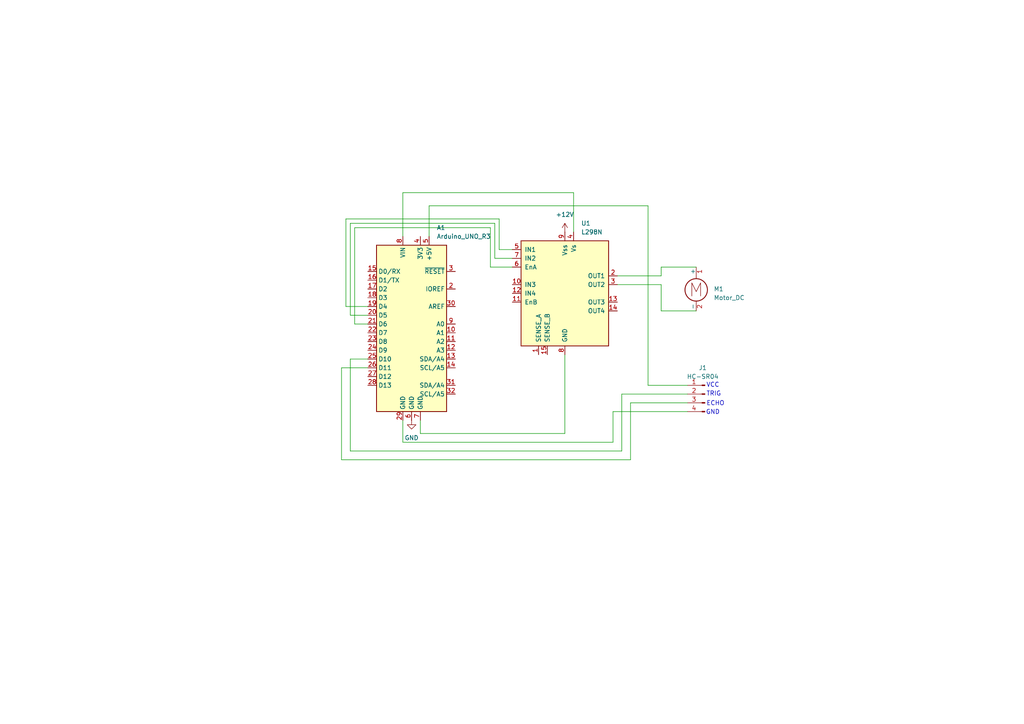
<source format=kicad_sch>
(kicad_sch
	(version 20231120)
	(generator "eeschema")
	(generator_version "8.0")
	(uuid "9a7c401d-f017-4bed-8749-1c3efa4358f1")
	(paper "A4")
	(lib_symbols
		(symbol "Connector:Conn_01x04_Pin"
			(pin_names
				(offset 1.016) hide)
			(exclude_from_sim no)
			(in_bom yes)
			(on_board yes)
			(property "Reference" "J"
				(at 0 5.08 0)
				(effects
					(font
						(size 1.27 1.27)
					)
				)
			)
			(property "Value" "Conn_01x04_Pin"
				(at 0 -7.62 0)
				(effects
					(font
						(size 1.27 1.27)
					)
				)
			)
			(property "Footprint" ""
				(at 0 0 0)
				(effects
					(font
						(size 1.27 1.27)
					)
					(hide yes)
				)
			)
			(property "Datasheet" "~"
				(at 0 0 0)
				(effects
					(font
						(size 1.27 1.27)
					)
					(hide yes)
				)
			)
			(property "Description" "Generic connector, single row, 01x04, script generated"
				(at 0 0 0)
				(effects
					(font
						(size 1.27 1.27)
					)
					(hide yes)
				)
			)
			(property "ki_locked" ""
				(at 0 0 0)
				(effects
					(font
						(size 1.27 1.27)
					)
				)
			)
			(property "ki_keywords" "connector"
				(at 0 0 0)
				(effects
					(font
						(size 1.27 1.27)
					)
					(hide yes)
				)
			)
			(property "ki_fp_filters" "Connector*:*_1x??_*"
				(at 0 0 0)
				(effects
					(font
						(size 1.27 1.27)
					)
					(hide yes)
				)
			)
			(symbol "Conn_01x04_Pin_1_1"
				(polyline
					(pts
						(xy 1.27 -5.08) (xy 0.8636 -5.08)
					)
					(stroke
						(width 0.1524)
						(type default)
					)
					(fill
						(type none)
					)
				)
				(polyline
					(pts
						(xy 1.27 -2.54) (xy 0.8636 -2.54)
					)
					(stroke
						(width 0.1524)
						(type default)
					)
					(fill
						(type none)
					)
				)
				(polyline
					(pts
						(xy 1.27 0) (xy 0.8636 0)
					)
					(stroke
						(width 0.1524)
						(type default)
					)
					(fill
						(type none)
					)
				)
				(polyline
					(pts
						(xy 1.27 2.54) (xy 0.8636 2.54)
					)
					(stroke
						(width 0.1524)
						(type default)
					)
					(fill
						(type none)
					)
				)
				(rectangle
					(start 0.8636 -4.953)
					(end 0 -5.207)
					(stroke
						(width 0.1524)
						(type default)
					)
					(fill
						(type outline)
					)
				)
				(rectangle
					(start 0.8636 -2.413)
					(end 0 -2.667)
					(stroke
						(width 0.1524)
						(type default)
					)
					(fill
						(type outline)
					)
				)
				(rectangle
					(start 0.8636 0.127)
					(end 0 -0.127)
					(stroke
						(width 0.1524)
						(type default)
					)
					(fill
						(type outline)
					)
				)
				(rectangle
					(start 0.8636 2.667)
					(end 0 2.413)
					(stroke
						(width 0.1524)
						(type default)
					)
					(fill
						(type outline)
					)
				)
				(pin passive line
					(at 5.08 2.54 180)
					(length 3.81)
					(name "Pin_1"
						(effects
							(font
								(size 1.27 1.27)
							)
						)
					)
					(number "1"
						(effects
							(font
								(size 1.27 1.27)
							)
						)
					)
				)
				(pin passive line
					(at 5.08 0 180)
					(length 3.81)
					(name "Pin_2"
						(effects
							(font
								(size 1.27 1.27)
							)
						)
					)
					(number "2"
						(effects
							(font
								(size 1.27 1.27)
							)
						)
					)
				)
				(pin passive line
					(at 5.08 -2.54 180)
					(length 3.81)
					(name "Pin_3"
						(effects
							(font
								(size 1.27 1.27)
							)
						)
					)
					(number "3"
						(effects
							(font
								(size 1.27 1.27)
							)
						)
					)
				)
				(pin passive line
					(at 5.08 -5.08 180)
					(length 3.81)
					(name "Pin_4"
						(effects
							(font
								(size 1.27 1.27)
							)
						)
					)
					(number "4"
						(effects
							(font
								(size 1.27 1.27)
							)
						)
					)
				)
			)
		)
		(symbol "Driver_Motor:L298N"
			(pin_names
				(offset 1.016)
			)
			(exclude_from_sim no)
			(in_bom yes)
			(on_board yes)
			(property "Reference" "U"
				(at -10.16 16.51 0)
				(effects
					(font
						(size 1.27 1.27)
					)
					(justify right)
				)
			)
			(property "Value" "L298N"
				(at 12.7 16.51 0)
				(effects
					(font
						(size 1.27 1.27)
					)
					(justify right)
				)
			)
			(property "Footprint" "Package_TO_SOT_THT:TO-220-15_P2.54x2.54mm_StaggerOdd_Lead4.58mm_Vertical"
				(at 1.27 -16.51 0)
				(effects
					(font
						(size 1.27 1.27)
					)
					(justify left)
					(hide yes)
				)
			)
			(property "Datasheet" "http://www.st.com/st-web-ui/static/active/en/resource/technical/document/datasheet/CD00000240.pdf"
				(at 3.81 6.35 0)
				(effects
					(font
						(size 1.27 1.27)
					)
					(hide yes)
				)
			)
			(property "Description" "Dual full bridge motor driver, up to 46V, 4A, Multiwatt15-V"
				(at 0 0 0)
				(effects
					(font
						(size 1.27 1.27)
					)
					(hide yes)
				)
			)
			(property "ki_keywords" "H-bridge motor driver"
				(at 0 0 0)
				(effects
					(font
						(size 1.27 1.27)
					)
					(hide yes)
				)
			)
			(property "ki_fp_filters" "TO?220*StaggerOdd*Vertical*"
				(at 0 0 0)
				(effects
					(font
						(size 1.27 1.27)
					)
					(hide yes)
				)
			)
			(symbol "L298N_0_1"
				(rectangle
					(start -12.7 15.24)
					(end 12.7 -15.24)
					(stroke
						(width 0.254)
						(type default)
					)
					(fill
						(type background)
					)
				)
			)
			(symbol "L298N_1_1"
				(pin power_in line
					(at -7.62 -17.78 90)
					(length 2.54)
					(name "SENSE_A"
						(effects
							(font
								(size 1.27 1.27)
							)
						)
					)
					(number "1"
						(effects
							(font
								(size 1.27 1.27)
							)
						)
					)
				)
				(pin input line
					(at -15.24 2.54 0)
					(length 2.54)
					(name "IN3"
						(effects
							(font
								(size 1.27 1.27)
							)
						)
					)
					(number "10"
						(effects
							(font
								(size 1.27 1.27)
							)
						)
					)
				)
				(pin input line
					(at -15.24 -2.54 0)
					(length 2.54)
					(name "EnB"
						(effects
							(font
								(size 1.27 1.27)
							)
						)
					)
					(number "11"
						(effects
							(font
								(size 1.27 1.27)
							)
						)
					)
				)
				(pin input line
					(at -15.24 0 0)
					(length 2.54)
					(name "IN4"
						(effects
							(font
								(size 1.27 1.27)
							)
						)
					)
					(number "12"
						(effects
							(font
								(size 1.27 1.27)
							)
						)
					)
				)
				(pin output line
					(at 15.24 -2.54 180)
					(length 2.54)
					(name "OUT3"
						(effects
							(font
								(size 1.27 1.27)
							)
						)
					)
					(number "13"
						(effects
							(font
								(size 1.27 1.27)
							)
						)
					)
				)
				(pin output line
					(at 15.24 -5.08 180)
					(length 2.54)
					(name "OUT4"
						(effects
							(font
								(size 1.27 1.27)
							)
						)
					)
					(number "14"
						(effects
							(font
								(size 1.27 1.27)
							)
						)
					)
				)
				(pin power_in line
					(at -5.08 -17.78 90)
					(length 2.54)
					(name "SENSE_B"
						(effects
							(font
								(size 1.27 1.27)
							)
						)
					)
					(number "15"
						(effects
							(font
								(size 1.27 1.27)
							)
						)
					)
				)
				(pin output line
					(at 15.24 5.08 180)
					(length 2.54)
					(name "OUT1"
						(effects
							(font
								(size 1.27 1.27)
							)
						)
					)
					(number "2"
						(effects
							(font
								(size 1.27 1.27)
							)
						)
					)
				)
				(pin output line
					(at 15.24 2.54 180)
					(length 2.54)
					(name "OUT2"
						(effects
							(font
								(size 1.27 1.27)
							)
						)
					)
					(number "3"
						(effects
							(font
								(size 1.27 1.27)
							)
						)
					)
				)
				(pin power_in line
					(at 2.54 17.78 270)
					(length 2.54)
					(name "Vs"
						(effects
							(font
								(size 1.27 1.27)
							)
						)
					)
					(number "4"
						(effects
							(font
								(size 1.27 1.27)
							)
						)
					)
				)
				(pin input line
					(at -15.24 12.7 0)
					(length 2.54)
					(name "IN1"
						(effects
							(font
								(size 1.27 1.27)
							)
						)
					)
					(number "5"
						(effects
							(font
								(size 1.27 1.27)
							)
						)
					)
				)
				(pin input line
					(at -15.24 7.62 0)
					(length 2.54)
					(name "EnA"
						(effects
							(font
								(size 1.27 1.27)
							)
						)
					)
					(number "6"
						(effects
							(font
								(size 1.27 1.27)
							)
						)
					)
				)
				(pin input line
					(at -15.24 10.16 0)
					(length 2.54)
					(name "IN2"
						(effects
							(font
								(size 1.27 1.27)
							)
						)
					)
					(number "7"
						(effects
							(font
								(size 1.27 1.27)
							)
						)
					)
				)
				(pin power_in line
					(at 0 -17.78 90)
					(length 2.54)
					(name "GND"
						(effects
							(font
								(size 1.27 1.27)
							)
						)
					)
					(number "8"
						(effects
							(font
								(size 1.27 1.27)
							)
						)
					)
				)
				(pin power_in line
					(at 0 17.78 270)
					(length 2.54)
					(name "Vss"
						(effects
							(font
								(size 1.27 1.27)
							)
						)
					)
					(number "9"
						(effects
							(font
								(size 1.27 1.27)
							)
						)
					)
				)
			)
		)
		(symbol "MCU_Module:Arduino_UNO_R3"
			(exclude_from_sim no)
			(in_bom yes)
			(on_board yes)
			(property "Reference" "A"
				(at -10.16 23.495 0)
				(effects
					(font
						(size 1.27 1.27)
					)
					(justify left bottom)
				)
			)
			(property "Value" "Arduino_UNO_R3"
				(at 5.08 -26.67 0)
				(effects
					(font
						(size 1.27 1.27)
					)
					(justify left top)
				)
			)
			(property "Footprint" "Module:Arduino_UNO_R3"
				(at 0 0 0)
				(effects
					(font
						(size 1.27 1.27)
						(italic yes)
					)
					(hide yes)
				)
			)
			(property "Datasheet" "https://www.arduino.cc/en/Main/arduinoBoardUno"
				(at 0 0 0)
				(effects
					(font
						(size 1.27 1.27)
					)
					(hide yes)
				)
			)
			(property "Description" "Arduino UNO Microcontroller Module, release 3"
				(at 0 0 0)
				(effects
					(font
						(size 1.27 1.27)
					)
					(hide yes)
				)
			)
			(property "ki_keywords" "Arduino UNO R3 Microcontroller Module Atmel AVR USB"
				(at 0 0 0)
				(effects
					(font
						(size 1.27 1.27)
					)
					(hide yes)
				)
			)
			(property "ki_fp_filters" "Arduino*UNO*R3*"
				(at 0 0 0)
				(effects
					(font
						(size 1.27 1.27)
					)
					(hide yes)
				)
			)
			(symbol "Arduino_UNO_R3_0_1"
				(rectangle
					(start -10.16 22.86)
					(end 10.16 -25.4)
					(stroke
						(width 0.254)
						(type default)
					)
					(fill
						(type background)
					)
				)
			)
			(symbol "Arduino_UNO_R3_1_1"
				(pin no_connect line
					(at -10.16 -20.32 0)
					(length 2.54) hide
					(name "NC"
						(effects
							(font
								(size 1.27 1.27)
							)
						)
					)
					(number "1"
						(effects
							(font
								(size 1.27 1.27)
							)
						)
					)
				)
				(pin bidirectional line
					(at 12.7 -2.54 180)
					(length 2.54)
					(name "A1"
						(effects
							(font
								(size 1.27 1.27)
							)
						)
					)
					(number "10"
						(effects
							(font
								(size 1.27 1.27)
							)
						)
					)
				)
				(pin bidirectional line
					(at 12.7 -5.08 180)
					(length 2.54)
					(name "A2"
						(effects
							(font
								(size 1.27 1.27)
							)
						)
					)
					(number "11"
						(effects
							(font
								(size 1.27 1.27)
							)
						)
					)
				)
				(pin bidirectional line
					(at 12.7 -7.62 180)
					(length 2.54)
					(name "A3"
						(effects
							(font
								(size 1.27 1.27)
							)
						)
					)
					(number "12"
						(effects
							(font
								(size 1.27 1.27)
							)
						)
					)
				)
				(pin bidirectional line
					(at 12.7 -10.16 180)
					(length 2.54)
					(name "SDA/A4"
						(effects
							(font
								(size 1.27 1.27)
							)
						)
					)
					(number "13"
						(effects
							(font
								(size 1.27 1.27)
							)
						)
					)
				)
				(pin bidirectional line
					(at 12.7 -12.7 180)
					(length 2.54)
					(name "SCL/A5"
						(effects
							(font
								(size 1.27 1.27)
							)
						)
					)
					(number "14"
						(effects
							(font
								(size 1.27 1.27)
							)
						)
					)
				)
				(pin bidirectional line
					(at -12.7 15.24 0)
					(length 2.54)
					(name "D0/RX"
						(effects
							(font
								(size 1.27 1.27)
							)
						)
					)
					(number "15"
						(effects
							(font
								(size 1.27 1.27)
							)
						)
					)
				)
				(pin bidirectional line
					(at -12.7 12.7 0)
					(length 2.54)
					(name "D1/TX"
						(effects
							(font
								(size 1.27 1.27)
							)
						)
					)
					(number "16"
						(effects
							(font
								(size 1.27 1.27)
							)
						)
					)
				)
				(pin bidirectional line
					(at -12.7 10.16 0)
					(length 2.54)
					(name "D2"
						(effects
							(font
								(size 1.27 1.27)
							)
						)
					)
					(number "17"
						(effects
							(font
								(size 1.27 1.27)
							)
						)
					)
				)
				(pin bidirectional line
					(at -12.7 7.62 0)
					(length 2.54)
					(name "D3"
						(effects
							(font
								(size 1.27 1.27)
							)
						)
					)
					(number "18"
						(effects
							(font
								(size 1.27 1.27)
							)
						)
					)
				)
				(pin bidirectional line
					(at -12.7 5.08 0)
					(length 2.54)
					(name "D4"
						(effects
							(font
								(size 1.27 1.27)
							)
						)
					)
					(number "19"
						(effects
							(font
								(size 1.27 1.27)
							)
						)
					)
				)
				(pin output line
					(at 12.7 10.16 180)
					(length 2.54)
					(name "IOREF"
						(effects
							(font
								(size 1.27 1.27)
							)
						)
					)
					(number "2"
						(effects
							(font
								(size 1.27 1.27)
							)
						)
					)
				)
				(pin bidirectional line
					(at -12.7 2.54 0)
					(length 2.54)
					(name "D5"
						(effects
							(font
								(size 1.27 1.27)
							)
						)
					)
					(number "20"
						(effects
							(font
								(size 1.27 1.27)
							)
						)
					)
				)
				(pin bidirectional line
					(at -12.7 0 0)
					(length 2.54)
					(name "D6"
						(effects
							(font
								(size 1.27 1.27)
							)
						)
					)
					(number "21"
						(effects
							(font
								(size 1.27 1.27)
							)
						)
					)
				)
				(pin bidirectional line
					(at -12.7 -2.54 0)
					(length 2.54)
					(name "D7"
						(effects
							(font
								(size 1.27 1.27)
							)
						)
					)
					(number "22"
						(effects
							(font
								(size 1.27 1.27)
							)
						)
					)
				)
				(pin bidirectional line
					(at -12.7 -5.08 0)
					(length 2.54)
					(name "D8"
						(effects
							(font
								(size 1.27 1.27)
							)
						)
					)
					(number "23"
						(effects
							(font
								(size 1.27 1.27)
							)
						)
					)
				)
				(pin bidirectional line
					(at -12.7 -7.62 0)
					(length 2.54)
					(name "D9"
						(effects
							(font
								(size 1.27 1.27)
							)
						)
					)
					(number "24"
						(effects
							(font
								(size 1.27 1.27)
							)
						)
					)
				)
				(pin bidirectional line
					(at -12.7 -10.16 0)
					(length 2.54)
					(name "D10"
						(effects
							(font
								(size 1.27 1.27)
							)
						)
					)
					(number "25"
						(effects
							(font
								(size 1.27 1.27)
							)
						)
					)
				)
				(pin bidirectional line
					(at -12.7 -12.7 0)
					(length 2.54)
					(name "D11"
						(effects
							(font
								(size 1.27 1.27)
							)
						)
					)
					(number "26"
						(effects
							(font
								(size 1.27 1.27)
							)
						)
					)
				)
				(pin bidirectional line
					(at -12.7 -15.24 0)
					(length 2.54)
					(name "D12"
						(effects
							(font
								(size 1.27 1.27)
							)
						)
					)
					(number "27"
						(effects
							(font
								(size 1.27 1.27)
							)
						)
					)
				)
				(pin bidirectional line
					(at -12.7 -17.78 0)
					(length 2.54)
					(name "D13"
						(effects
							(font
								(size 1.27 1.27)
							)
						)
					)
					(number "28"
						(effects
							(font
								(size 1.27 1.27)
							)
						)
					)
				)
				(pin power_in line
					(at -2.54 -27.94 90)
					(length 2.54)
					(name "GND"
						(effects
							(font
								(size 1.27 1.27)
							)
						)
					)
					(number "29"
						(effects
							(font
								(size 1.27 1.27)
							)
						)
					)
				)
				(pin input line
					(at 12.7 15.24 180)
					(length 2.54)
					(name "~{RESET}"
						(effects
							(font
								(size 1.27 1.27)
							)
						)
					)
					(number "3"
						(effects
							(font
								(size 1.27 1.27)
							)
						)
					)
				)
				(pin input line
					(at 12.7 5.08 180)
					(length 2.54)
					(name "AREF"
						(effects
							(font
								(size 1.27 1.27)
							)
						)
					)
					(number "30"
						(effects
							(font
								(size 1.27 1.27)
							)
						)
					)
				)
				(pin bidirectional line
					(at 12.7 -17.78 180)
					(length 2.54)
					(name "SDA/A4"
						(effects
							(font
								(size 1.27 1.27)
							)
						)
					)
					(number "31"
						(effects
							(font
								(size 1.27 1.27)
							)
						)
					)
				)
				(pin bidirectional line
					(at 12.7 -20.32 180)
					(length 2.54)
					(name "SCL/A5"
						(effects
							(font
								(size 1.27 1.27)
							)
						)
					)
					(number "32"
						(effects
							(font
								(size 1.27 1.27)
							)
						)
					)
				)
				(pin power_out line
					(at 2.54 25.4 270)
					(length 2.54)
					(name "3V3"
						(effects
							(font
								(size 1.27 1.27)
							)
						)
					)
					(number "4"
						(effects
							(font
								(size 1.27 1.27)
							)
						)
					)
				)
				(pin power_out line
					(at 5.08 25.4 270)
					(length 2.54)
					(name "+5V"
						(effects
							(font
								(size 1.27 1.27)
							)
						)
					)
					(number "5"
						(effects
							(font
								(size 1.27 1.27)
							)
						)
					)
				)
				(pin power_in line
					(at 0 -27.94 90)
					(length 2.54)
					(name "GND"
						(effects
							(font
								(size 1.27 1.27)
							)
						)
					)
					(number "6"
						(effects
							(font
								(size 1.27 1.27)
							)
						)
					)
				)
				(pin power_in line
					(at 2.54 -27.94 90)
					(length 2.54)
					(name "GND"
						(effects
							(font
								(size 1.27 1.27)
							)
						)
					)
					(number "7"
						(effects
							(font
								(size 1.27 1.27)
							)
						)
					)
				)
				(pin power_in line
					(at -2.54 25.4 270)
					(length 2.54)
					(name "VIN"
						(effects
							(font
								(size 1.27 1.27)
							)
						)
					)
					(number "8"
						(effects
							(font
								(size 1.27 1.27)
							)
						)
					)
				)
				(pin bidirectional line
					(at 12.7 0 180)
					(length 2.54)
					(name "A0"
						(effects
							(font
								(size 1.27 1.27)
							)
						)
					)
					(number "9"
						(effects
							(font
								(size 1.27 1.27)
							)
						)
					)
				)
			)
		)
		(symbol "Motor:Motor_DC"
			(pin_names
				(offset 0)
			)
			(exclude_from_sim no)
			(in_bom yes)
			(on_board yes)
			(property "Reference" "M"
				(at 2.54 2.54 0)
				(effects
					(font
						(size 1.27 1.27)
					)
					(justify left)
				)
			)
			(property "Value" "Motor_DC"
				(at 2.54 -5.08 0)
				(effects
					(font
						(size 1.27 1.27)
					)
					(justify left top)
				)
			)
			(property "Footprint" ""
				(at 0 -2.286 0)
				(effects
					(font
						(size 1.27 1.27)
					)
					(hide yes)
				)
			)
			(property "Datasheet" "~"
				(at 0 -2.286 0)
				(effects
					(font
						(size 1.27 1.27)
					)
					(hide yes)
				)
			)
			(property "Description" "DC Motor"
				(at 0 0 0)
				(effects
					(font
						(size 1.27 1.27)
					)
					(hide yes)
				)
			)
			(property "ki_keywords" "DC Motor"
				(at 0 0 0)
				(effects
					(font
						(size 1.27 1.27)
					)
					(hide yes)
				)
			)
			(property "ki_fp_filters" "PinHeader*P2.54mm* TerminalBlock*"
				(at 0 0 0)
				(effects
					(font
						(size 1.27 1.27)
					)
					(hide yes)
				)
			)
			(symbol "Motor_DC_0_0"
				(polyline
					(pts
						(xy -1.27 -3.302) (xy -1.27 0.508) (xy 0 -2.032) (xy 1.27 0.508) (xy 1.27 -3.302)
					)
					(stroke
						(width 0)
						(type default)
					)
					(fill
						(type none)
					)
				)
			)
			(symbol "Motor_DC_0_1"
				(circle
					(center 0 -1.524)
					(radius 3.2512)
					(stroke
						(width 0.254)
						(type default)
					)
					(fill
						(type none)
					)
				)
				(polyline
					(pts
						(xy 0 -7.62) (xy 0 -7.112)
					)
					(stroke
						(width 0)
						(type default)
					)
					(fill
						(type none)
					)
				)
				(polyline
					(pts
						(xy 0 -4.7752) (xy 0 -5.1816)
					)
					(stroke
						(width 0)
						(type default)
					)
					(fill
						(type none)
					)
				)
				(polyline
					(pts
						(xy 0 1.7272) (xy 0 2.0828)
					)
					(stroke
						(width 0)
						(type default)
					)
					(fill
						(type none)
					)
				)
				(polyline
					(pts
						(xy 0 2.032) (xy 0 2.54)
					)
					(stroke
						(width 0)
						(type default)
					)
					(fill
						(type none)
					)
				)
			)
			(symbol "Motor_DC_1_1"
				(pin passive line
					(at 0 5.08 270)
					(length 2.54)
					(name "+"
						(effects
							(font
								(size 1.27 1.27)
							)
						)
					)
					(number "1"
						(effects
							(font
								(size 1.27 1.27)
							)
						)
					)
				)
				(pin passive line
					(at 0 -7.62 90)
					(length 2.54)
					(name "-"
						(effects
							(font
								(size 1.27 1.27)
							)
						)
					)
					(number "2"
						(effects
							(font
								(size 1.27 1.27)
							)
						)
					)
				)
			)
		)
		(symbol "power:+12V"
			(power)
			(pin_numbers hide)
			(pin_names
				(offset 0) hide)
			(exclude_from_sim no)
			(in_bom yes)
			(on_board yes)
			(property "Reference" "#PWR"
				(at 0 -3.81 0)
				(effects
					(font
						(size 1.27 1.27)
					)
					(hide yes)
				)
			)
			(property "Value" "+12V"
				(at 0 3.556 0)
				(effects
					(font
						(size 1.27 1.27)
					)
				)
			)
			(property "Footprint" ""
				(at 0 0 0)
				(effects
					(font
						(size 1.27 1.27)
					)
					(hide yes)
				)
			)
			(property "Datasheet" ""
				(at 0 0 0)
				(effects
					(font
						(size 1.27 1.27)
					)
					(hide yes)
				)
			)
			(property "Description" "Power symbol creates a global label with name \"+12V\""
				(at 0 0 0)
				(effects
					(font
						(size 1.27 1.27)
					)
					(hide yes)
				)
			)
			(property "ki_keywords" "global power"
				(at 0 0 0)
				(effects
					(font
						(size 1.27 1.27)
					)
					(hide yes)
				)
			)
			(symbol "+12V_0_1"
				(polyline
					(pts
						(xy -0.762 1.27) (xy 0 2.54)
					)
					(stroke
						(width 0)
						(type default)
					)
					(fill
						(type none)
					)
				)
				(polyline
					(pts
						(xy 0 0) (xy 0 2.54)
					)
					(stroke
						(width 0)
						(type default)
					)
					(fill
						(type none)
					)
				)
				(polyline
					(pts
						(xy 0 2.54) (xy 0.762 1.27)
					)
					(stroke
						(width 0)
						(type default)
					)
					(fill
						(type none)
					)
				)
			)
			(symbol "+12V_1_1"
				(pin power_in line
					(at 0 0 90)
					(length 0)
					(name "~"
						(effects
							(font
								(size 1.27 1.27)
							)
						)
					)
					(number "1"
						(effects
							(font
								(size 1.27 1.27)
							)
						)
					)
				)
			)
		)
		(symbol "power:GND"
			(power)
			(pin_numbers hide)
			(pin_names
				(offset 0) hide)
			(exclude_from_sim no)
			(in_bom yes)
			(on_board yes)
			(property "Reference" "#PWR"
				(at 0 -6.35 0)
				(effects
					(font
						(size 1.27 1.27)
					)
					(hide yes)
				)
			)
			(property "Value" "GND"
				(at 0 -3.81 0)
				(effects
					(font
						(size 1.27 1.27)
					)
				)
			)
			(property "Footprint" ""
				(at 0 0 0)
				(effects
					(font
						(size 1.27 1.27)
					)
					(hide yes)
				)
			)
			(property "Datasheet" ""
				(at 0 0 0)
				(effects
					(font
						(size 1.27 1.27)
					)
					(hide yes)
				)
			)
			(property "Description" "Power symbol creates a global label with name \"GND\" , ground"
				(at 0 0 0)
				(effects
					(font
						(size 1.27 1.27)
					)
					(hide yes)
				)
			)
			(property "ki_keywords" "global power"
				(at 0 0 0)
				(effects
					(font
						(size 1.27 1.27)
					)
					(hide yes)
				)
			)
			(symbol "GND_0_1"
				(polyline
					(pts
						(xy 0 0) (xy 0 -1.27) (xy 1.27 -1.27) (xy 0 -2.54) (xy -1.27 -1.27) (xy 0 -1.27)
					)
					(stroke
						(width 0)
						(type default)
					)
					(fill
						(type none)
					)
				)
			)
			(symbol "GND_1_1"
				(pin power_in line
					(at 0 0 270)
					(length 0)
					(name "~"
						(effects
							(font
								(size 1.27 1.27)
							)
						)
					)
					(number "1"
						(effects
							(font
								(size 1.27 1.27)
							)
						)
					)
				)
			)
		)
	)
	(wire
		(pts
			(xy 124.46 68.58) (xy 124.46 59.69)
		)
		(stroke
			(width 0)
			(type default)
		)
		(uuid "0768d813-8878-4565-8ee3-9f9ce63a4ed5")
	)
	(wire
		(pts
			(xy 121.92 125.73) (xy 121.92 121.92)
		)
		(stroke
			(width 0)
			(type default)
		)
		(uuid "082ad859-8b0e-45d7-b837-2668c6fd51e8")
	)
	(wire
		(pts
			(xy 144.78 72.39) (xy 148.59 72.39)
		)
		(stroke
			(width 0)
			(type default)
		)
		(uuid "0c9a7361-65f9-43b4-b4f9-510937bf54f5")
	)
	(wire
		(pts
			(xy 191.77 90.17) (xy 201.93 90.17)
		)
		(stroke
			(width 0)
			(type default)
		)
		(uuid "18a62ebd-9c1c-4cc3-a16e-f554418f4079")
	)
	(wire
		(pts
			(xy 99.06 133.35) (xy 99.06 106.68)
		)
		(stroke
			(width 0)
			(type default)
		)
		(uuid "1aa47ac2-c39a-4e9b-90ea-83755103c412")
	)
	(wire
		(pts
			(xy 177.8 119.38) (xy 199.39 119.38)
		)
		(stroke
			(width 0)
			(type default)
		)
		(uuid "282eb49b-d624-49a7-bdd9-a0d8c23184b2")
	)
	(wire
		(pts
			(xy 163.83 125.73) (xy 121.92 125.73)
		)
		(stroke
			(width 0)
			(type default)
		)
		(uuid "29d6626c-81e9-44eb-bd84-e4ea5df4cafc")
	)
	(wire
		(pts
			(xy 124.46 59.69) (xy 187.96 59.69)
		)
		(stroke
			(width 0)
			(type default)
		)
		(uuid "3028fcf0-5f3c-4560-bafd-89d5263286f8")
	)
	(wire
		(pts
			(xy 144.78 63.5) (xy 144.78 72.39)
		)
		(stroke
			(width 0)
			(type default)
		)
		(uuid "3c00cd52-9e93-41ef-9941-90b4240a035f")
	)
	(wire
		(pts
			(xy 102.87 66.04) (xy 142.24 66.04)
		)
		(stroke
			(width 0)
			(type default)
		)
		(uuid "3c6ccd74-2a6d-4e4f-871d-6524726406e2")
	)
	(wire
		(pts
			(xy 116.84 55.88) (xy 166.37 55.88)
		)
		(stroke
			(width 0)
			(type default)
		)
		(uuid "3d50b3d6-90fd-4b36-b269-f9126e5b995c")
	)
	(wire
		(pts
			(xy 180.34 114.3) (xy 199.39 114.3)
		)
		(stroke
			(width 0)
			(type default)
		)
		(uuid "43a49dbc-7e79-43df-b4d8-125df713b097")
	)
	(wire
		(pts
			(xy 102.87 93.98) (xy 102.87 66.04)
		)
		(stroke
			(width 0)
			(type default)
		)
		(uuid "4767e7db-5092-47a4-98de-f5926850a79a")
	)
	(wire
		(pts
			(xy 116.84 121.92) (xy 116.84 128.27)
		)
		(stroke
			(width 0)
			(type default)
		)
		(uuid "4ec51e43-1475-4ddd-b6e0-9e0811e44d8a")
	)
	(wire
		(pts
			(xy 191.77 82.55) (xy 191.77 90.17)
		)
		(stroke
			(width 0)
			(type default)
		)
		(uuid "5b5b9381-64b7-49e9-82a4-cd3b0b57a88c")
	)
	(wire
		(pts
			(xy 187.96 111.76) (xy 199.39 111.76)
		)
		(stroke
			(width 0)
			(type default)
		)
		(uuid "5f3c1ff1-3d9d-4a83-9dd3-9a5cf1aed485")
	)
	(wire
		(pts
			(xy 101.6 64.77) (xy 143.51 64.77)
		)
		(stroke
			(width 0)
			(type default)
		)
		(uuid "635372e4-58c2-43be-8d97-95b290111bd4")
	)
	(wire
		(pts
			(xy 106.68 88.9) (xy 100.33 88.9)
		)
		(stroke
			(width 0)
			(type default)
		)
		(uuid "697dc608-d7b8-4770-b4ee-a878a511ad83")
	)
	(wire
		(pts
			(xy 101.6 104.14) (xy 101.6 130.81)
		)
		(stroke
			(width 0)
			(type default)
		)
		(uuid "6ade68a8-a4d1-4cda-b0e2-f711038eb3bd")
	)
	(wire
		(pts
			(xy 199.39 116.84) (xy 182.88 116.84)
		)
		(stroke
			(width 0)
			(type default)
		)
		(uuid "7628eae0-8524-41d2-b704-adc07487116e")
	)
	(wire
		(pts
			(xy 106.68 104.14) (xy 101.6 104.14)
		)
		(stroke
			(width 0)
			(type default)
		)
		(uuid "7a79e68e-8ff5-4041-ace8-c4420d0d1f58")
	)
	(wire
		(pts
			(xy 143.51 74.93) (xy 148.59 74.93)
		)
		(stroke
			(width 0)
			(type default)
		)
		(uuid "7c14b664-9458-4864-9d14-4d0578fac963")
	)
	(wire
		(pts
			(xy 180.34 130.81) (xy 180.34 114.3)
		)
		(stroke
			(width 0)
			(type default)
		)
		(uuid "7dfd2845-baee-4bfa-b6a8-fbb573f2d51e")
	)
	(wire
		(pts
			(xy 106.68 93.98) (xy 102.87 93.98)
		)
		(stroke
			(width 0)
			(type default)
		)
		(uuid "84fd00df-da5e-43a4-8e3a-d97d2d027269")
	)
	(wire
		(pts
			(xy 142.24 77.47) (xy 148.59 77.47)
		)
		(stroke
			(width 0)
			(type default)
		)
		(uuid "8e2f89cc-cc88-42a8-b060-7a68f7755932")
	)
	(wire
		(pts
			(xy 100.33 63.5) (xy 144.78 63.5)
		)
		(stroke
			(width 0)
			(type default)
		)
		(uuid "8e83c24e-d806-4ada-a7b0-153840beb01a")
	)
	(wire
		(pts
			(xy 177.8 128.27) (xy 177.8 119.38)
		)
		(stroke
			(width 0)
			(type default)
		)
		(uuid "929cac53-ef06-4a44-81ea-1d9895628a7c")
	)
	(wire
		(pts
			(xy 166.37 55.88) (xy 166.37 67.31)
		)
		(stroke
			(width 0)
			(type default)
		)
		(uuid "a1c9c75e-819b-4418-81a6-e011677c5581")
	)
	(wire
		(pts
			(xy 143.51 64.77) (xy 143.51 74.93)
		)
		(stroke
			(width 0)
			(type default)
		)
		(uuid "a5210e6d-4bb5-4d82-a3a9-e7580941e5d0")
	)
	(wire
		(pts
			(xy 101.6 91.44) (xy 101.6 64.77)
		)
		(stroke
			(width 0)
			(type default)
		)
		(uuid "a909c06e-8ef8-42db-ad23-591d29a53dd7")
	)
	(wire
		(pts
			(xy 191.77 77.47) (xy 201.93 77.47)
		)
		(stroke
			(width 0)
			(type default)
		)
		(uuid "b280c05b-5b4e-4490-a5bf-ee9ea1cb0d11")
	)
	(wire
		(pts
			(xy 99.06 106.68) (xy 106.68 106.68)
		)
		(stroke
			(width 0)
			(type default)
		)
		(uuid "bc910f8a-50c8-41ae-ae27-b757f5958934")
	)
	(wire
		(pts
			(xy 106.68 91.44) (xy 101.6 91.44)
		)
		(stroke
			(width 0)
			(type default)
		)
		(uuid "bcc12e8f-37fe-4788-8ffb-5dc38063b70a")
	)
	(wire
		(pts
			(xy 191.77 80.01) (xy 191.77 77.47)
		)
		(stroke
			(width 0)
			(type default)
		)
		(uuid "cac9875c-41e9-4d31-9ecb-b1adf2a26823")
	)
	(wire
		(pts
			(xy 116.84 68.58) (xy 116.84 55.88)
		)
		(stroke
			(width 0)
			(type default)
		)
		(uuid "d8073789-90ce-4ef5-9a09-03c8c398b0f2")
	)
	(wire
		(pts
			(xy 101.6 130.81) (xy 180.34 130.81)
		)
		(stroke
			(width 0)
			(type default)
		)
		(uuid "d8612376-f7bd-4e6a-bf0c-78d808a033b3")
	)
	(wire
		(pts
			(xy 163.83 102.87) (xy 163.83 125.73)
		)
		(stroke
			(width 0)
			(type default)
		)
		(uuid "d89c90b5-a073-4b2c-96a1-31a400fa663f")
	)
	(wire
		(pts
			(xy 142.24 66.04) (xy 142.24 77.47)
		)
		(stroke
			(width 0)
			(type default)
		)
		(uuid "db973c60-421e-4e1c-b2b6-7cac9ba38143")
	)
	(wire
		(pts
			(xy 100.33 88.9) (xy 100.33 63.5)
		)
		(stroke
			(width 0)
			(type default)
		)
		(uuid "df1715e3-3191-4cd9-8c97-879150585e15")
	)
	(wire
		(pts
			(xy 179.07 80.01) (xy 191.77 80.01)
		)
		(stroke
			(width 0)
			(type default)
		)
		(uuid "e39829e9-97b0-47ff-bc32-558f77ef6034")
	)
	(wire
		(pts
			(xy 182.88 116.84) (xy 182.88 133.35)
		)
		(stroke
			(width 0)
			(type default)
		)
		(uuid "e8364255-d4a4-48b6-b1ea-bc0ff7475db3")
	)
	(wire
		(pts
			(xy 179.07 82.55) (xy 191.77 82.55)
		)
		(stroke
			(width 0)
			(type default)
		)
		(uuid "ecc02582-b79d-46f8-8ebe-fb82b0d761b2")
	)
	(wire
		(pts
			(xy 182.88 133.35) (xy 99.06 133.35)
		)
		(stroke
			(width 0)
			(type default)
		)
		(uuid "f2da2f81-57d0-4794-b932-897217052767")
	)
	(wire
		(pts
			(xy 187.96 59.69) (xy 187.96 111.76)
		)
		(stroke
			(width 0)
			(type default)
		)
		(uuid "f38475e4-a25b-4b97-9c67-38f6dd9001d9")
	)
	(wire
		(pts
			(xy 116.84 128.27) (xy 177.8 128.27)
		)
		(stroke
			(width 0)
			(type default)
		)
		(uuid "fc8dabc9-c351-49d7-95f9-3877d94efbd7")
	)
	(text "VCC"
		(exclude_from_sim no)
		(at 206.756 111.76 0)
		(effects
			(font
				(size 1.27 1.27)
			)
		)
		(uuid "10dc47e7-3c32-4017-a3c7-f0411c55d0c0")
	)
	(text "GND\n"
		(exclude_from_sim no)
		(at 206.756 119.634 0)
		(effects
			(font
				(size 1.27 1.27)
			)
		)
		(uuid "2c759662-2b40-49e7-916f-8fa163bf02bf")
	)
	(text "TRIG"
		(exclude_from_sim no)
		(at 207.01 114.3 0)
		(effects
			(font
				(size 1.27 1.27)
			)
		)
		(uuid "42ada483-e728-4fe3-a398-a0492562d6a9")
	)
	(text "ECHO"
		(exclude_from_sim no)
		(at 207.518 117.094 0)
		(effects
			(font
				(size 1.27 1.27)
			)
		)
		(uuid "432e625d-25f5-42b8-b991-373049308a56")
	)
	(symbol
		(lib_id "Driver_Motor:L298N")
		(at 163.83 85.09 0)
		(unit 1)
		(exclude_from_sim no)
		(in_bom yes)
		(on_board yes)
		(dnp no)
		(fields_autoplaced yes)
		(uuid "4a9d4566-8d04-49e5-b5c5-45b9ac284c62")
		(property "Reference" "U1"
			(at 168.5641 64.77 0)
			(effects
				(font
					(size 1.27 1.27)
				)
				(justify left)
			)
		)
		(property "Value" "L298N"
			(at 168.5641 67.31 0)
			(effects
				(font
					(size 1.27 1.27)
				)
				(justify left)
			)
		)
		(property "Footprint" "Package_TO_SOT_THT:TO-220-15_P2.54x2.54mm_StaggerOdd_Lead4.58mm_Vertical"
			(at 165.1 101.6 0)
			(effects
				(font
					(size 1.27 1.27)
				)
				(justify left)
				(hide yes)
			)
		)
		(property "Datasheet" "http://www.st.com/st-web-ui/static/active/en/resource/technical/document/datasheet/CD00000240.pdf"
			(at 167.64 78.74 0)
			(effects
				(font
					(size 1.27 1.27)
				)
				(hide yes)
			)
		)
		(property "Description" "Dual full bridge motor driver, up to 46V, 4A, Multiwatt15-V"
			(at 163.83 85.09 0)
			(effects
				(font
					(size 1.27 1.27)
				)
				(hide yes)
			)
		)
		(pin "5"
			(uuid "68033a88-1087-4c76-9d39-e84e008f57ef")
		)
		(pin "12"
			(uuid "caa19e3b-99cb-40e0-b925-b4868a465861")
		)
		(pin "15"
			(uuid "bb765c21-a804-49ae-9b1f-2c1c8a669736")
		)
		(pin "6"
			(uuid "f436be8b-f87a-40ac-a73c-8e53f7eceea0")
		)
		(pin "4"
			(uuid "09fd588a-fcdd-4e82-b5f6-6636d2fb6c4d")
		)
		(pin "10"
			(uuid "609988b8-bab5-4617-b0f6-7f7ba3e2ab23")
		)
		(pin "2"
			(uuid "671b7310-ebaf-4f65-8154-315a1fb54493")
		)
		(pin "1"
			(uuid "7b69e6de-50a7-4b71-b7c8-e28cab529d50")
		)
		(pin "7"
			(uuid "fe423512-b56e-474c-8136-837d7a9bf252")
		)
		(pin "13"
			(uuid "44411b12-34e7-448b-85c9-d5921acb0b84")
		)
		(pin "14"
			(uuid "a4795bb8-c679-4dd8-b93f-48f4bb25cc61")
		)
		(pin "9"
			(uuid "a1ceba21-c7aa-478d-b757-46041f1d0a78")
		)
		(pin "11"
			(uuid "946e1b5b-f533-4267-9ffa-2e2fda1eb31f")
		)
		(pin "3"
			(uuid "5868f062-34a7-4585-8f62-e7c01bf12634")
		)
		(pin "8"
			(uuid "c0eb80aa-cc7a-4ed3-aad6-c466a0ce53f1")
		)
		(instances
			(project "arduino_circuit_diagram"
				(path "/9a7c401d-f017-4bed-8749-1c3efa4358f1"
					(reference "U1")
					(unit 1)
				)
			)
		)
	)
	(symbol
		(lib_id "power:+12V")
		(at 163.83 67.31 0)
		(unit 1)
		(exclude_from_sim no)
		(in_bom yes)
		(on_board yes)
		(dnp no)
		(fields_autoplaced yes)
		(uuid "571cc39b-ac5c-420a-a045-f0c160511212")
		(property "Reference" "#PWR01"
			(at 163.83 71.12 0)
			(effects
				(font
					(size 1.27 1.27)
				)
				(hide yes)
			)
		)
		(property "Value" "+12V"
			(at 163.83 62.23 0)
			(effects
				(font
					(size 1.27 1.27)
				)
			)
		)
		(property "Footprint" ""
			(at 163.83 67.31 0)
			(effects
				(font
					(size 1.27 1.27)
				)
				(hide yes)
			)
		)
		(property "Datasheet" ""
			(at 163.83 67.31 0)
			(effects
				(font
					(size 1.27 1.27)
				)
				(hide yes)
			)
		)
		(property "Description" "Power symbol creates a global label with name \"+12V\""
			(at 163.83 67.31 0)
			(effects
				(font
					(size 1.27 1.27)
				)
				(hide yes)
			)
		)
		(pin "1"
			(uuid "8d3c712e-82be-411f-8abc-bd588c4587df")
		)
		(instances
			(project "arduino_circuit_diagram"
				(path "/9a7c401d-f017-4bed-8749-1c3efa4358f1"
					(reference "#PWR01")
					(unit 1)
				)
			)
		)
	)
	(symbol
		(lib_id "Connector:Conn_01x04_Pin")
		(at 204.47 114.3 0)
		(mirror y)
		(unit 1)
		(exclude_from_sim no)
		(in_bom yes)
		(on_board yes)
		(dnp no)
		(uuid "9667a2cd-6052-4c04-84b7-26a55ddf98cf")
		(property "Reference" "J1"
			(at 203.835 106.68 0)
			(effects
				(font
					(size 1.27 1.27)
				)
			)
		)
		(property "Value" "HC-SR04"
			(at 203.835 109.22 0)
			(effects
				(font
					(size 1.27 1.27)
				)
			)
		)
		(property "Footprint" ""
			(at 204.47 114.3 0)
			(effects
				(font
					(size 1.27 1.27)
				)
				(hide yes)
			)
		)
		(property "Datasheet" "~"
			(at 204.47 114.3 0)
			(effects
				(font
					(size 1.27 1.27)
				)
				(hide yes)
			)
		)
		(property "Description" "Generic connector, single row, 01x04, script generated"
			(at 204.47 114.3 0)
			(effects
				(font
					(size 1.27 1.27)
				)
				(hide yes)
			)
		)
		(pin "2"
			(uuid "f1b22d17-ea68-45e6-9673-eec402286967")
		)
		(pin "4"
			(uuid "d778a586-a074-44e6-8d63-a2d973cd5382")
		)
		(pin "1"
			(uuid "3847e8e3-9cad-4bf3-95e9-d56a978298a0")
		)
		(pin "3"
			(uuid "822e876f-f211-488b-86e4-f9f1470b08fe")
		)
		(instances
			(project "arduino_circuit_diagram"
				(path "/9a7c401d-f017-4bed-8749-1c3efa4358f1"
					(reference "J1")
					(unit 1)
				)
			)
		)
	)
	(symbol
		(lib_id "Motor:Motor_DC")
		(at 201.93 82.55 0)
		(unit 1)
		(exclude_from_sim no)
		(in_bom yes)
		(on_board yes)
		(dnp no)
		(fields_autoplaced yes)
		(uuid "a25b03aa-f3cf-481e-a694-62e32b9b5571")
		(property "Reference" "M1"
			(at 207.01 83.8199 0)
			(effects
				(font
					(size 1.27 1.27)
				)
				(justify left)
			)
		)
		(property "Value" "Motor_DC"
			(at 207.01 86.3599 0)
			(effects
				(font
					(size 1.27 1.27)
				)
				(justify left)
			)
		)
		(property "Footprint" ""
			(at 201.93 84.836 0)
			(effects
				(font
					(size 1.27 1.27)
				)
				(hide yes)
			)
		)
		(property "Datasheet" "~"
			(at 201.93 84.836 0)
			(effects
				(font
					(size 1.27 1.27)
				)
				(hide yes)
			)
		)
		(property "Description" "DC Motor"
			(at 201.93 82.55 0)
			(effects
				(font
					(size 1.27 1.27)
				)
				(hide yes)
			)
		)
		(pin "2"
			(uuid "50cfd509-d675-4c22-a63a-89f2cfa39209")
		)
		(pin "1"
			(uuid "72046a11-ba37-432c-9866-0efdee31bb1e")
		)
		(instances
			(project "arduino_circuit_diagram"
				(path "/9a7c401d-f017-4bed-8749-1c3efa4358f1"
					(reference "M1")
					(unit 1)
				)
			)
		)
	)
	(symbol
		(lib_id "power:GND")
		(at 119.38 121.92 0)
		(unit 1)
		(exclude_from_sim no)
		(in_bom yes)
		(on_board yes)
		(dnp no)
		(fields_autoplaced yes)
		(uuid "ac3566c5-ee5a-4f03-8d67-307c9c0f22f9")
		(property "Reference" "#PWR02"
			(at 119.38 128.27 0)
			(effects
				(font
					(size 1.27 1.27)
				)
				(hide yes)
			)
		)
		(property "Value" "GND"
			(at 119.38 127 0)
			(effects
				(font
					(size 1.27 1.27)
				)
			)
		)
		(property "Footprint" ""
			(at 119.38 121.92 0)
			(effects
				(font
					(size 1.27 1.27)
				)
				(hide yes)
			)
		)
		(property "Datasheet" ""
			(at 119.38 121.92 0)
			(effects
				(font
					(size 1.27 1.27)
				)
				(hide yes)
			)
		)
		(property "Description" "Power symbol creates a global label with name \"GND\" , ground"
			(at 119.38 121.92 0)
			(effects
				(font
					(size 1.27 1.27)
				)
				(hide yes)
			)
		)
		(pin "1"
			(uuid "d2ee76f7-f752-4f28-ba53-16318afcc436")
		)
		(instances
			(project "arduino_circuit_diagram"
				(path "/9a7c401d-f017-4bed-8749-1c3efa4358f1"
					(reference "#PWR02")
					(unit 1)
				)
			)
		)
	)
	(symbol
		(lib_id "MCU_Module:Arduino_UNO_R3")
		(at 119.38 93.98 0)
		(unit 1)
		(exclude_from_sim no)
		(in_bom yes)
		(on_board yes)
		(dnp no)
		(fields_autoplaced yes)
		(uuid "fefc2f7f-ac9b-4879-9e66-8e80b89a44f7")
		(property "Reference" "A1"
			(at 126.6541 66.04 0)
			(effects
				(font
					(size 1.27 1.27)
				)
				(justify left)
			)
		)
		(property "Value" "Arduino_UNO_R3"
			(at 126.6541 68.58 0)
			(effects
				(font
					(size 1.27 1.27)
				)
				(justify left)
			)
		)
		(property "Footprint" "Module:Arduino_UNO_R3"
			(at 119.38 93.98 0)
			(effects
				(font
					(size 1.27 1.27)
					(italic yes)
				)
				(hide yes)
			)
		)
		(property "Datasheet" "https://www.arduino.cc/en/Main/arduinoBoardUno"
			(at 119.38 93.98 0)
			(effects
				(font
					(size 1.27 1.27)
				)
				(hide yes)
			)
		)
		(property "Description" "Arduino UNO Microcontroller Module, release 3"
			(at 119.38 93.98 0)
			(effects
				(font
					(size 1.27 1.27)
				)
				(hide yes)
			)
		)
		(pin "14"
			(uuid "8024aa69-d8b4-4ae0-afbe-cc51eaaa6ad8")
		)
		(pin "28"
			(uuid "e679dc5d-8c32-40ec-925b-cde56c189faf")
		)
		(pin "2"
			(uuid "42d1feed-8c70-4336-a88b-6cafd5a29030")
		)
		(pin "4"
			(uuid "33571c9d-4a73-4581-b71a-1a4376514106")
		)
		(pin "19"
			(uuid "37f2dd25-7152-4435-be34-c0b8789f7cea")
		)
		(pin "5"
			(uuid "ea4c90f2-6f33-41f2-b893-245012f43064")
		)
		(pin "18"
			(uuid "db93f81d-7e1a-4bc5-8dbe-f1373757dd30")
		)
		(pin "26"
			(uuid "15f2b83e-7539-418d-b8be-1594e51dcc72")
		)
		(pin "11"
			(uuid "977df2bb-6c0f-42e1-bcf0-7df8c77ec69e")
		)
		(pin "25"
			(uuid "519d42a3-6303-4fb9-a18d-177eb4900c2a")
		)
		(pin "6"
			(uuid "3862f22a-007a-4ff5-9a5f-32aa6e860364")
		)
		(pin "22"
			(uuid "2be42a42-b674-4d70-a722-62d60f575776")
		)
		(pin "8"
			(uuid "39ed3d44-b694-4c30-aa0c-bbb0fb4fcaa3")
		)
		(pin "3"
			(uuid "09ffa0f5-9785-4cdd-babc-6de93f877dd1")
		)
		(pin "15"
			(uuid "8d200ec6-cc9b-441a-bff8-16ee921f84b0")
		)
		(pin "30"
			(uuid "a4527bd8-4897-4f54-a774-5b300fc6055f")
		)
		(pin "16"
			(uuid "2e0236b9-0396-4e9a-92ab-eb201e8acd4b")
		)
		(pin "20"
			(uuid "6bb0d0b2-a2f8-49a3-bb25-47b6eb9e43e0")
		)
		(pin "9"
			(uuid "03880d5c-c167-40a1-9a00-1ea656bf3eb6")
		)
		(pin "12"
			(uuid "b9c98a48-c206-4e93-8bdb-6217f5af4393")
		)
		(pin "23"
			(uuid "540f532b-906b-49db-bb52-38bc01c7b339")
		)
		(pin "7"
			(uuid "1f75505a-1811-400f-8207-0747a9322f6a")
		)
		(pin "17"
			(uuid "cc494477-5a4e-4e00-a5b7-44f7fd79bff7")
		)
		(pin "27"
			(uuid "9eacdf42-5b4e-426c-afb6-b479ebfcd890")
		)
		(pin "29"
			(uuid "fdd0796e-5b9a-446b-bcde-37a0f008704d")
		)
		(pin "13"
			(uuid "10667ddd-9ce7-4545-b5d8-1e81276cc7bb")
		)
		(pin "10"
			(uuid "1674ad31-e143-42d9-ac76-befdc6567be4")
		)
		(pin "24"
			(uuid "5ef854a3-f343-4d7c-a258-e68fffdcef63")
		)
		(pin "1"
			(uuid "0b206fb6-ba19-45a9-aa48-b54609ae2efb")
		)
		(pin "31"
			(uuid "7e8560eb-945e-4c6f-af90-f79ccd1ae88f")
		)
		(pin "21"
			(uuid "c169473d-928c-470d-9362-83a6c4238280")
		)
		(pin "32"
			(uuid "811997a3-d081-4c21-9660-f05654593144")
		)
		(instances
			(project "arduino_circuit_diagram"
				(path "/9a7c401d-f017-4bed-8749-1c3efa4358f1"
					(reference "A1")
					(unit 1)
				)
			)
		)
	)
	(sheet_instances
		(path "/"
			(page "1")
		)
	)
)
</source>
